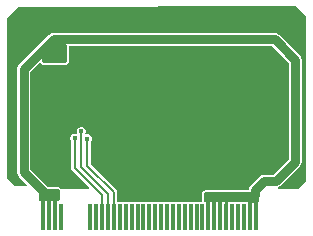
<source format=gbl>
G04*
G04 #@! TF.GenerationSoftware,Altium Limited,Altium Designer,22.2.1 (43)*
G04*
G04 Layer_Physical_Order=2*
G04 Layer_Color=16711680*
%FSLAX25Y25*%
%MOIN*%
G70*
G04*
G04 #@! TF.SameCoordinates,FD089562-881E-4EE4-B05D-B5CD34326894*
G04*
G04*
G04 #@! TF.FilePolarity,Positive*
G04*
G01*
G75*
%ADD13R,0.01378X0.08661*%
%ADD17C,0.00800*%
%ADD18C,0.01300*%
%ADD20C,0.01150*%
%ADD21C,0.01772*%
%ADD22C,0.02362*%
%ADD23C,0.03000*%
G36*
X31021Y67823D02*
Y62573D01*
X30521Y62073D01*
X23021D01*
X22521Y62573D01*
Y67823D01*
X23271Y68573D01*
X30271D01*
X31021Y67823D01*
D02*
G37*
G36*
X104869Y62117D02*
Y29883D01*
X99617Y24631D01*
X96500D01*
X95684Y24469D01*
X94993Y24007D01*
X91993Y21007D01*
X91531Y20315D01*
X91397Y19639D01*
X77000D01*
X77000Y19639D01*
X76548Y19452D01*
Y19452D01*
X76048Y18952D01*
X75861Y18500D01*
X75861Y18500D01*
Y16000D01*
X75861Y16000D01*
X75527Y15500D01*
X47719D01*
Y18969D01*
X47719Y18969D01*
X47629Y19423D01*
X47371Y19808D01*
X47371Y19808D01*
X47180Y20000D01*
X38915Y28265D01*
Y35846D01*
X38978Y35909D01*
X39203Y36451D01*
Y37038D01*
X38978Y37581D01*
X38563Y37996D01*
X38021Y38221D01*
X37433D01*
X37338Y38181D01*
X36955Y38564D01*
X37077Y38858D01*
Y39445D01*
X36852Y39988D01*
X36437Y40403D01*
X35895Y40628D01*
X35308D01*
X34765Y40403D01*
X34350Y39988D01*
X34125Y39445D01*
Y38858D01*
X34159Y38776D01*
X33777Y38394D01*
X33769Y38397D01*
X33182D01*
X32639Y38172D01*
X32224Y37757D01*
X31999Y37214D01*
Y36627D01*
X32224Y36085D01*
X32287Y36022D01*
Y27030D01*
X32287Y27030D01*
X32378Y26575D01*
X32635Y26190D01*
X38364Y20462D01*
X38172Y20000D01*
X28879D01*
X28428Y20452D01*
Y20452D01*
X27976Y20639D01*
X27976Y20639D01*
X24452D01*
X18631Y26460D01*
Y59117D01*
X21559Y62046D01*
X21673Y62063D01*
X22206Y61985D01*
X22569Y61621D01*
X23021Y61434D01*
X23021Y61434D01*
X30521D01*
X30521Y61434D01*
X30973Y61621D01*
Y61621D01*
X31473Y62121D01*
X31660Y62573D01*
X31660Y62573D01*
Y67784D01*
X99202D01*
X104869Y62117D01*
D02*
G37*
G36*
X110500Y77500D02*
Y22500D01*
X108000Y20000D01*
X101208D01*
X101158Y20500D01*
X101315Y20531D01*
X102007Y20993D01*
X108507Y27493D01*
X108969Y28185D01*
X109131Y29000D01*
Y63000D01*
X108969Y63815D01*
X108507Y64507D01*
X101591Y71422D01*
X100900Y71884D01*
X100085Y72046D01*
X26415D01*
X25600Y71884D01*
X24908Y71422D01*
X14993Y61507D01*
X14531Y60816D01*
X14369Y60000D01*
Y25577D01*
X14531Y24761D01*
X14993Y24070D01*
X17601Y21462D01*
X17410Y21000D01*
X13500D01*
X11050Y23449D01*
Y77051D01*
X14470Y80470D01*
X106976Y81024D01*
X110500Y77500D01*
D02*
G37*
G36*
X28500Y19476D02*
Y16500D01*
X28000Y16000D01*
X21937D01*
X21500Y16437D01*
Y19500D01*
X22000Y20000D01*
X27976D01*
X28500Y19476D01*
D02*
G37*
G36*
X95000Y18500D02*
Y16000D01*
X94500Y15500D01*
X77000D01*
X76500Y16000D01*
Y18500D01*
X77000Y19000D01*
X94500D01*
X95000Y18500D01*
D02*
G37*
D13*
X28815Y10500D02*
D03*
X26847D02*
D03*
X24878D02*
D03*
X22909D02*
D03*
X38658D02*
D03*
X50468D02*
D03*
X52437D02*
D03*
X48500D02*
D03*
X46532D02*
D03*
X44563D02*
D03*
X54405D02*
D03*
X42595D02*
D03*
X40626D02*
D03*
X60311D02*
D03*
X58342D02*
D03*
X56374D02*
D03*
X62279D02*
D03*
X64248D02*
D03*
X66216D02*
D03*
X68185D02*
D03*
X70153D02*
D03*
X72122D02*
D03*
X74090D02*
D03*
X76059D02*
D03*
X78028D02*
D03*
X79996D02*
D03*
X81965D02*
D03*
X83933D02*
D03*
X85902D02*
D03*
X87870D02*
D03*
X89839D02*
D03*
X91807D02*
D03*
X93776D02*
D03*
D17*
X33475Y27030D02*
X42555Y17950D01*
X35601Y27391D02*
X44563Y18429D01*
X42555Y10539D02*
Y17950D01*
X37727Y27773D02*
X46532Y18969D01*
Y10500D02*
Y18969D01*
X44563Y10500D02*
Y18429D01*
X35601Y27391D02*
Y39152D01*
X37727Y27773D02*
Y36745D01*
X33475Y27030D02*
Y36921D01*
D18*
X93500Y16500D02*
X93776Y16224D01*
Y10500D02*
Y16224D01*
X91846Y10539D02*
Y15846D01*
X91807Y10500D02*
X91846Y10539D01*
Y15846D02*
X92000Y16000D01*
X81965Y10500D02*
Y16965D01*
X82000Y17000D01*
X79996Y10500D02*
Y16504D01*
X79500Y17000D02*
X79996Y16504D01*
X78000Y16500D02*
X78028Y16472D01*
Y10500D02*
Y16472D01*
X26847Y10500D02*
Y17346D01*
X27000Y17500D01*
X24878Y16878D02*
X25000Y17000D01*
X24878Y10500D02*
Y16878D01*
X22909Y10500D02*
Y17410D01*
X23000Y17500D01*
X42555Y10539D02*
X42595Y10500D01*
D20*
X83933D02*
Y16433D01*
X84000Y16500D01*
D21*
X95000Y39500D02*
D03*
Y51000D02*
D03*
X16500Y44413D02*
D03*
X94500Y64500D02*
D03*
X89500D02*
D03*
X84500D02*
D03*
X79500D02*
D03*
X74500D02*
D03*
X69500D02*
D03*
X64500D02*
D03*
X59500D02*
D03*
X54500D02*
D03*
X49500D02*
D03*
X44500D02*
D03*
X39500D02*
D03*
X34500D02*
D03*
X57362Y20508D02*
D03*
X86992D02*
D03*
X80970D02*
D03*
X75085D02*
D03*
X69199D02*
D03*
X63283D02*
D03*
X51500D02*
D03*
X33475Y36921D02*
D03*
X37727Y36745D02*
D03*
X35601Y39152D02*
D03*
D22*
X45562Y25898D02*
D03*
X94500Y76500D02*
D03*
X108406Y23961D02*
D03*
X105641Y21591D02*
D03*
X13941Y22740D02*
D03*
X25500Y48500D02*
D03*
Y44000D02*
D03*
Y39500D02*
D03*
Y35000D02*
D03*
Y30500D02*
D03*
Y26000D02*
D03*
X80000Y76500D02*
D03*
X67500D02*
D03*
X55000D02*
D03*
X42500D02*
D03*
X30000D02*
D03*
X24095Y63692D02*
D03*
X26894D02*
D03*
X29694D02*
D03*
Y66597D02*
D03*
X26894D02*
D03*
X24095D02*
D03*
D23*
X16500Y60000D02*
X26415Y69915D01*
X100085D02*
X107000Y63000D01*
X26415Y69915D02*
X100085D01*
X107000Y29000D02*
Y63000D01*
X16500Y25577D02*
X23563Y18513D01*
X16500Y25577D02*
Y60000D01*
X100500Y22500D02*
X107000Y29000D01*
X93500Y19500D02*
X96500Y22500D01*
X100500D01*
X92500Y17000D02*
X93500Y18000D01*
Y19500D01*
M02*

</source>
